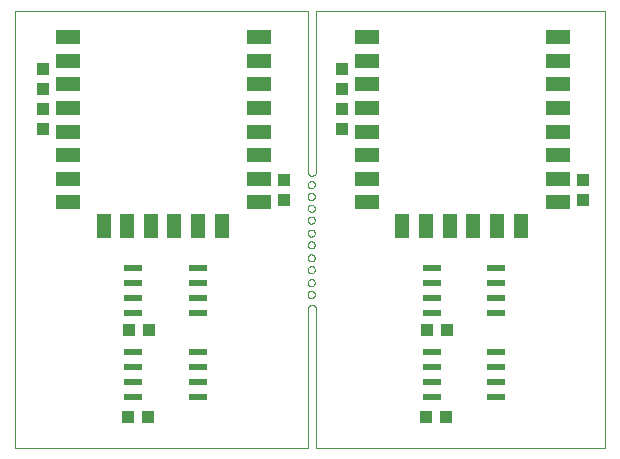
<source format=gtp>
G75*
%MOIN*%
%OFA0B0*%
%FSLAX25Y25*%
%IPPOS*%
%LPD*%
%AMOC8*
5,1,8,0,0,1.08239X$1,22.5*
%
%ADD10C,0.00000*%
%ADD11R,0.07874X0.04724*%
%ADD12R,0.04724X0.07874*%
%ADD13R,0.06000X0.02400*%
%ADD14R,0.04331X0.03937*%
%ADD15R,0.03937X0.04331*%
D10*
X0003787Y0004681D02*
X0003787Y0150350D01*
X0101425Y0150350D01*
X0101425Y0096807D01*
X0101427Y0096734D01*
X0101433Y0096661D01*
X0101443Y0096588D01*
X0101456Y0096516D01*
X0101474Y0096444D01*
X0101495Y0096374D01*
X0101520Y0096305D01*
X0101548Y0096238D01*
X0101580Y0096172D01*
X0101616Y0096107D01*
X0101655Y0096045D01*
X0101697Y0095985D01*
X0101742Y0095927D01*
X0101790Y0095872D01*
X0101842Y0095820D01*
X0101896Y0095770D01*
X0101952Y0095723D01*
X0102011Y0095679D01*
X0102072Y0095639D01*
X0102135Y0095602D01*
X0102200Y0095568D01*
X0102267Y0095537D01*
X0102336Y0095511D01*
X0102405Y0095488D01*
X0102476Y0095468D01*
X0102548Y0095453D01*
X0102620Y0095441D01*
X0102693Y0095433D01*
X0102766Y0095429D01*
X0102840Y0095429D01*
X0102913Y0095433D01*
X0102986Y0095441D01*
X0103058Y0095453D01*
X0103130Y0095468D01*
X0103201Y0095488D01*
X0103270Y0095511D01*
X0103339Y0095537D01*
X0103406Y0095568D01*
X0103471Y0095602D01*
X0103534Y0095639D01*
X0103595Y0095679D01*
X0103654Y0095723D01*
X0103710Y0095770D01*
X0103764Y0095820D01*
X0103816Y0095872D01*
X0103864Y0095927D01*
X0103909Y0095985D01*
X0103951Y0096045D01*
X0103990Y0096107D01*
X0104026Y0096172D01*
X0104058Y0096238D01*
X0104086Y0096305D01*
X0104111Y0096374D01*
X0104132Y0096444D01*
X0104150Y0096516D01*
X0104163Y0096588D01*
X0104173Y0096661D01*
X0104179Y0096734D01*
X0104181Y0096807D01*
X0104181Y0150350D01*
X0200638Y0150350D01*
X0200638Y0004681D01*
X0104181Y0004681D01*
X0104181Y0051138D01*
X0104169Y0051210D01*
X0104153Y0051282D01*
X0104133Y0051353D01*
X0104109Y0051423D01*
X0104082Y0051491D01*
X0104051Y0051558D01*
X0104016Y0051623D01*
X0103978Y0051687D01*
X0103937Y0051748D01*
X0103893Y0051807D01*
X0103846Y0051863D01*
X0103796Y0051917D01*
X0103743Y0051968D01*
X0103687Y0052016D01*
X0103629Y0052062D01*
X0103568Y0052104D01*
X0103506Y0052143D01*
X0103441Y0052178D01*
X0103375Y0052210D01*
X0103307Y0052239D01*
X0103238Y0052263D01*
X0103167Y0052285D01*
X0103095Y0052302D01*
X0103023Y0052315D01*
X0102950Y0052325D01*
X0102877Y0052331D01*
X0102803Y0052333D01*
X0102729Y0052331D01*
X0102656Y0052325D01*
X0102583Y0052315D01*
X0102511Y0052302D01*
X0102439Y0052285D01*
X0102368Y0052263D01*
X0102299Y0052239D01*
X0102231Y0052210D01*
X0102165Y0052178D01*
X0102100Y0052143D01*
X0102038Y0052104D01*
X0101977Y0052062D01*
X0101919Y0052016D01*
X0101863Y0051968D01*
X0101810Y0051917D01*
X0101760Y0051863D01*
X0101713Y0051807D01*
X0101669Y0051748D01*
X0101628Y0051687D01*
X0101590Y0051623D01*
X0101555Y0051558D01*
X0101524Y0051491D01*
X0101497Y0051423D01*
X0101473Y0051353D01*
X0101453Y0051282D01*
X0101437Y0051210D01*
X0101425Y0051138D01*
X0101425Y0004681D01*
X0003787Y0004681D01*
X0101425Y0055862D02*
X0101427Y0055931D01*
X0101433Y0055999D01*
X0101443Y0056067D01*
X0101457Y0056134D01*
X0101475Y0056201D01*
X0101496Y0056266D01*
X0101522Y0056330D01*
X0101551Y0056392D01*
X0101583Y0056452D01*
X0101619Y0056511D01*
X0101659Y0056567D01*
X0101701Y0056621D01*
X0101747Y0056672D01*
X0101796Y0056721D01*
X0101847Y0056767D01*
X0101901Y0056809D01*
X0101957Y0056849D01*
X0102015Y0056885D01*
X0102076Y0056917D01*
X0102138Y0056946D01*
X0102202Y0056972D01*
X0102267Y0056993D01*
X0102334Y0057011D01*
X0102401Y0057025D01*
X0102469Y0057035D01*
X0102537Y0057041D01*
X0102606Y0057043D01*
X0102675Y0057041D01*
X0102743Y0057035D01*
X0102811Y0057025D01*
X0102878Y0057011D01*
X0102945Y0056993D01*
X0103010Y0056972D01*
X0103074Y0056946D01*
X0103136Y0056917D01*
X0103196Y0056885D01*
X0103255Y0056849D01*
X0103311Y0056809D01*
X0103365Y0056767D01*
X0103416Y0056721D01*
X0103465Y0056672D01*
X0103511Y0056621D01*
X0103553Y0056567D01*
X0103593Y0056511D01*
X0103629Y0056452D01*
X0103661Y0056392D01*
X0103690Y0056330D01*
X0103716Y0056266D01*
X0103737Y0056201D01*
X0103755Y0056134D01*
X0103769Y0056067D01*
X0103779Y0055999D01*
X0103785Y0055931D01*
X0103787Y0055862D01*
X0103785Y0055793D01*
X0103779Y0055725D01*
X0103769Y0055657D01*
X0103755Y0055590D01*
X0103737Y0055523D01*
X0103716Y0055458D01*
X0103690Y0055394D01*
X0103661Y0055332D01*
X0103629Y0055271D01*
X0103593Y0055213D01*
X0103553Y0055157D01*
X0103511Y0055103D01*
X0103465Y0055052D01*
X0103416Y0055003D01*
X0103365Y0054957D01*
X0103311Y0054915D01*
X0103255Y0054875D01*
X0103197Y0054839D01*
X0103136Y0054807D01*
X0103074Y0054778D01*
X0103010Y0054752D01*
X0102945Y0054731D01*
X0102878Y0054713D01*
X0102811Y0054699D01*
X0102743Y0054689D01*
X0102675Y0054683D01*
X0102606Y0054681D01*
X0102537Y0054683D01*
X0102469Y0054689D01*
X0102401Y0054699D01*
X0102334Y0054713D01*
X0102267Y0054731D01*
X0102202Y0054752D01*
X0102138Y0054778D01*
X0102076Y0054807D01*
X0102015Y0054839D01*
X0101957Y0054875D01*
X0101901Y0054915D01*
X0101847Y0054957D01*
X0101796Y0055003D01*
X0101747Y0055052D01*
X0101701Y0055103D01*
X0101659Y0055157D01*
X0101619Y0055213D01*
X0101583Y0055271D01*
X0101551Y0055332D01*
X0101522Y0055394D01*
X0101496Y0055458D01*
X0101475Y0055523D01*
X0101457Y0055590D01*
X0101443Y0055657D01*
X0101433Y0055725D01*
X0101427Y0055793D01*
X0101425Y0055862D01*
X0101425Y0059799D02*
X0101427Y0059868D01*
X0101433Y0059936D01*
X0101443Y0060004D01*
X0101457Y0060071D01*
X0101475Y0060138D01*
X0101496Y0060203D01*
X0101522Y0060267D01*
X0101551Y0060329D01*
X0101583Y0060389D01*
X0101619Y0060448D01*
X0101659Y0060504D01*
X0101701Y0060558D01*
X0101747Y0060609D01*
X0101796Y0060658D01*
X0101847Y0060704D01*
X0101901Y0060746D01*
X0101957Y0060786D01*
X0102015Y0060822D01*
X0102076Y0060854D01*
X0102138Y0060883D01*
X0102202Y0060909D01*
X0102267Y0060930D01*
X0102334Y0060948D01*
X0102401Y0060962D01*
X0102469Y0060972D01*
X0102537Y0060978D01*
X0102606Y0060980D01*
X0102675Y0060978D01*
X0102743Y0060972D01*
X0102811Y0060962D01*
X0102878Y0060948D01*
X0102945Y0060930D01*
X0103010Y0060909D01*
X0103074Y0060883D01*
X0103136Y0060854D01*
X0103196Y0060822D01*
X0103255Y0060786D01*
X0103311Y0060746D01*
X0103365Y0060704D01*
X0103416Y0060658D01*
X0103465Y0060609D01*
X0103511Y0060558D01*
X0103553Y0060504D01*
X0103593Y0060448D01*
X0103629Y0060389D01*
X0103661Y0060329D01*
X0103690Y0060267D01*
X0103716Y0060203D01*
X0103737Y0060138D01*
X0103755Y0060071D01*
X0103769Y0060004D01*
X0103779Y0059936D01*
X0103785Y0059868D01*
X0103787Y0059799D01*
X0103785Y0059730D01*
X0103779Y0059662D01*
X0103769Y0059594D01*
X0103755Y0059527D01*
X0103737Y0059460D01*
X0103716Y0059395D01*
X0103690Y0059331D01*
X0103661Y0059269D01*
X0103629Y0059208D01*
X0103593Y0059150D01*
X0103553Y0059094D01*
X0103511Y0059040D01*
X0103465Y0058989D01*
X0103416Y0058940D01*
X0103365Y0058894D01*
X0103311Y0058852D01*
X0103255Y0058812D01*
X0103197Y0058776D01*
X0103136Y0058744D01*
X0103074Y0058715D01*
X0103010Y0058689D01*
X0102945Y0058668D01*
X0102878Y0058650D01*
X0102811Y0058636D01*
X0102743Y0058626D01*
X0102675Y0058620D01*
X0102606Y0058618D01*
X0102537Y0058620D01*
X0102469Y0058626D01*
X0102401Y0058636D01*
X0102334Y0058650D01*
X0102267Y0058668D01*
X0102202Y0058689D01*
X0102138Y0058715D01*
X0102076Y0058744D01*
X0102015Y0058776D01*
X0101957Y0058812D01*
X0101901Y0058852D01*
X0101847Y0058894D01*
X0101796Y0058940D01*
X0101747Y0058989D01*
X0101701Y0059040D01*
X0101659Y0059094D01*
X0101619Y0059150D01*
X0101583Y0059208D01*
X0101551Y0059269D01*
X0101522Y0059331D01*
X0101496Y0059395D01*
X0101475Y0059460D01*
X0101457Y0059527D01*
X0101443Y0059594D01*
X0101433Y0059662D01*
X0101427Y0059730D01*
X0101425Y0059799D01*
X0101425Y0064130D02*
X0101427Y0064199D01*
X0101433Y0064267D01*
X0101443Y0064335D01*
X0101457Y0064402D01*
X0101475Y0064469D01*
X0101496Y0064534D01*
X0101522Y0064598D01*
X0101551Y0064660D01*
X0101583Y0064720D01*
X0101619Y0064779D01*
X0101659Y0064835D01*
X0101701Y0064889D01*
X0101747Y0064940D01*
X0101796Y0064989D01*
X0101847Y0065035D01*
X0101901Y0065077D01*
X0101957Y0065117D01*
X0102015Y0065153D01*
X0102076Y0065185D01*
X0102138Y0065214D01*
X0102202Y0065240D01*
X0102267Y0065261D01*
X0102334Y0065279D01*
X0102401Y0065293D01*
X0102469Y0065303D01*
X0102537Y0065309D01*
X0102606Y0065311D01*
X0102675Y0065309D01*
X0102743Y0065303D01*
X0102811Y0065293D01*
X0102878Y0065279D01*
X0102945Y0065261D01*
X0103010Y0065240D01*
X0103074Y0065214D01*
X0103136Y0065185D01*
X0103196Y0065153D01*
X0103255Y0065117D01*
X0103311Y0065077D01*
X0103365Y0065035D01*
X0103416Y0064989D01*
X0103465Y0064940D01*
X0103511Y0064889D01*
X0103553Y0064835D01*
X0103593Y0064779D01*
X0103629Y0064720D01*
X0103661Y0064660D01*
X0103690Y0064598D01*
X0103716Y0064534D01*
X0103737Y0064469D01*
X0103755Y0064402D01*
X0103769Y0064335D01*
X0103779Y0064267D01*
X0103785Y0064199D01*
X0103787Y0064130D01*
X0103785Y0064061D01*
X0103779Y0063993D01*
X0103769Y0063925D01*
X0103755Y0063858D01*
X0103737Y0063791D01*
X0103716Y0063726D01*
X0103690Y0063662D01*
X0103661Y0063600D01*
X0103629Y0063539D01*
X0103593Y0063481D01*
X0103553Y0063425D01*
X0103511Y0063371D01*
X0103465Y0063320D01*
X0103416Y0063271D01*
X0103365Y0063225D01*
X0103311Y0063183D01*
X0103255Y0063143D01*
X0103197Y0063107D01*
X0103136Y0063075D01*
X0103074Y0063046D01*
X0103010Y0063020D01*
X0102945Y0062999D01*
X0102878Y0062981D01*
X0102811Y0062967D01*
X0102743Y0062957D01*
X0102675Y0062951D01*
X0102606Y0062949D01*
X0102537Y0062951D01*
X0102469Y0062957D01*
X0102401Y0062967D01*
X0102334Y0062981D01*
X0102267Y0062999D01*
X0102202Y0063020D01*
X0102138Y0063046D01*
X0102076Y0063075D01*
X0102015Y0063107D01*
X0101957Y0063143D01*
X0101901Y0063183D01*
X0101847Y0063225D01*
X0101796Y0063271D01*
X0101747Y0063320D01*
X0101701Y0063371D01*
X0101659Y0063425D01*
X0101619Y0063481D01*
X0101583Y0063539D01*
X0101551Y0063600D01*
X0101522Y0063662D01*
X0101496Y0063726D01*
X0101475Y0063791D01*
X0101457Y0063858D01*
X0101443Y0063925D01*
X0101433Y0063993D01*
X0101427Y0064061D01*
X0101425Y0064130D01*
X0101425Y0068067D02*
X0101427Y0068136D01*
X0101433Y0068204D01*
X0101443Y0068272D01*
X0101457Y0068339D01*
X0101475Y0068406D01*
X0101496Y0068471D01*
X0101522Y0068535D01*
X0101551Y0068597D01*
X0101583Y0068657D01*
X0101619Y0068716D01*
X0101659Y0068772D01*
X0101701Y0068826D01*
X0101747Y0068877D01*
X0101796Y0068926D01*
X0101847Y0068972D01*
X0101901Y0069014D01*
X0101957Y0069054D01*
X0102015Y0069090D01*
X0102076Y0069122D01*
X0102138Y0069151D01*
X0102202Y0069177D01*
X0102267Y0069198D01*
X0102334Y0069216D01*
X0102401Y0069230D01*
X0102469Y0069240D01*
X0102537Y0069246D01*
X0102606Y0069248D01*
X0102675Y0069246D01*
X0102743Y0069240D01*
X0102811Y0069230D01*
X0102878Y0069216D01*
X0102945Y0069198D01*
X0103010Y0069177D01*
X0103074Y0069151D01*
X0103136Y0069122D01*
X0103196Y0069090D01*
X0103255Y0069054D01*
X0103311Y0069014D01*
X0103365Y0068972D01*
X0103416Y0068926D01*
X0103465Y0068877D01*
X0103511Y0068826D01*
X0103553Y0068772D01*
X0103593Y0068716D01*
X0103629Y0068657D01*
X0103661Y0068597D01*
X0103690Y0068535D01*
X0103716Y0068471D01*
X0103737Y0068406D01*
X0103755Y0068339D01*
X0103769Y0068272D01*
X0103779Y0068204D01*
X0103785Y0068136D01*
X0103787Y0068067D01*
X0103785Y0067998D01*
X0103779Y0067930D01*
X0103769Y0067862D01*
X0103755Y0067795D01*
X0103737Y0067728D01*
X0103716Y0067663D01*
X0103690Y0067599D01*
X0103661Y0067537D01*
X0103629Y0067476D01*
X0103593Y0067418D01*
X0103553Y0067362D01*
X0103511Y0067308D01*
X0103465Y0067257D01*
X0103416Y0067208D01*
X0103365Y0067162D01*
X0103311Y0067120D01*
X0103255Y0067080D01*
X0103197Y0067044D01*
X0103136Y0067012D01*
X0103074Y0066983D01*
X0103010Y0066957D01*
X0102945Y0066936D01*
X0102878Y0066918D01*
X0102811Y0066904D01*
X0102743Y0066894D01*
X0102675Y0066888D01*
X0102606Y0066886D01*
X0102537Y0066888D01*
X0102469Y0066894D01*
X0102401Y0066904D01*
X0102334Y0066918D01*
X0102267Y0066936D01*
X0102202Y0066957D01*
X0102138Y0066983D01*
X0102076Y0067012D01*
X0102015Y0067044D01*
X0101957Y0067080D01*
X0101901Y0067120D01*
X0101847Y0067162D01*
X0101796Y0067208D01*
X0101747Y0067257D01*
X0101701Y0067308D01*
X0101659Y0067362D01*
X0101619Y0067418D01*
X0101583Y0067476D01*
X0101551Y0067537D01*
X0101522Y0067599D01*
X0101496Y0067663D01*
X0101475Y0067728D01*
X0101457Y0067795D01*
X0101443Y0067862D01*
X0101433Y0067930D01*
X0101427Y0067998D01*
X0101425Y0068067D01*
X0101425Y0072398D02*
X0101427Y0072467D01*
X0101433Y0072535D01*
X0101443Y0072603D01*
X0101457Y0072670D01*
X0101475Y0072737D01*
X0101496Y0072802D01*
X0101522Y0072866D01*
X0101551Y0072928D01*
X0101583Y0072988D01*
X0101619Y0073047D01*
X0101659Y0073103D01*
X0101701Y0073157D01*
X0101747Y0073208D01*
X0101796Y0073257D01*
X0101847Y0073303D01*
X0101901Y0073345D01*
X0101957Y0073385D01*
X0102015Y0073421D01*
X0102076Y0073453D01*
X0102138Y0073482D01*
X0102202Y0073508D01*
X0102267Y0073529D01*
X0102334Y0073547D01*
X0102401Y0073561D01*
X0102469Y0073571D01*
X0102537Y0073577D01*
X0102606Y0073579D01*
X0102675Y0073577D01*
X0102743Y0073571D01*
X0102811Y0073561D01*
X0102878Y0073547D01*
X0102945Y0073529D01*
X0103010Y0073508D01*
X0103074Y0073482D01*
X0103136Y0073453D01*
X0103196Y0073421D01*
X0103255Y0073385D01*
X0103311Y0073345D01*
X0103365Y0073303D01*
X0103416Y0073257D01*
X0103465Y0073208D01*
X0103511Y0073157D01*
X0103553Y0073103D01*
X0103593Y0073047D01*
X0103629Y0072988D01*
X0103661Y0072928D01*
X0103690Y0072866D01*
X0103716Y0072802D01*
X0103737Y0072737D01*
X0103755Y0072670D01*
X0103769Y0072603D01*
X0103779Y0072535D01*
X0103785Y0072467D01*
X0103787Y0072398D01*
X0103785Y0072329D01*
X0103779Y0072261D01*
X0103769Y0072193D01*
X0103755Y0072126D01*
X0103737Y0072059D01*
X0103716Y0071994D01*
X0103690Y0071930D01*
X0103661Y0071868D01*
X0103629Y0071807D01*
X0103593Y0071749D01*
X0103553Y0071693D01*
X0103511Y0071639D01*
X0103465Y0071588D01*
X0103416Y0071539D01*
X0103365Y0071493D01*
X0103311Y0071451D01*
X0103255Y0071411D01*
X0103197Y0071375D01*
X0103136Y0071343D01*
X0103074Y0071314D01*
X0103010Y0071288D01*
X0102945Y0071267D01*
X0102878Y0071249D01*
X0102811Y0071235D01*
X0102743Y0071225D01*
X0102675Y0071219D01*
X0102606Y0071217D01*
X0102537Y0071219D01*
X0102469Y0071225D01*
X0102401Y0071235D01*
X0102334Y0071249D01*
X0102267Y0071267D01*
X0102202Y0071288D01*
X0102138Y0071314D01*
X0102076Y0071343D01*
X0102015Y0071375D01*
X0101957Y0071411D01*
X0101901Y0071451D01*
X0101847Y0071493D01*
X0101796Y0071539D01*
X0101747Y0071588D01*
X0101701Y0071639D01*
X0101659Y0071693D01*
X0101619Y0071749D01*
X0101583Y0071807D01*
X0101551Y0071868D01*
X0101522Y0071930D01*
X0101496Y0071994D01*
X0101475Y0072059D01*
X0101457Y0072126D01*
X0101443Y0072193D01*
X0101433Y0072261D01*
X0101427Y0072329D01*
X0101425Y0072398D01*
X0101425Y0076335D02*
X0101427Y0076404D01*
X0101433Y0076472D01*
X0101443Y0076540D01*
X0101457Y0076607D01*
X0101475Y0076674D01*
X0101496Y0076739D01*
X0101522Y0076803D01*
X0101551Y0076865D01*
X0101583Y0076925D01*
X0101619Y0076984D01*
X0101659Y0077040D01*
X0101701Y0077094D01*
X0101747Y0077145D01*
X0101796Y0077194D01*
X0101847Y0077240D01*
X0101901Y0077282D01*
X0101957Y0077322D01*
X0102015Y0077358D01*
X0102076Y0077390D01*
X0102138Y0077419D01*
X0102202Y0077445D01*
X0102267Y0077466D01*
X0102334Y0077484D01*
X0102401Y0077498D01*
X0102469Y0077508D01*
X0102537Y0077514D01*
X0102606Y0077516D01*
X0102675Y0077514D01*
X0102743Y0077508D01*
X0102811Y0077498D01*
X0102878Y0077484D01*
X0102945Y0077466D01*
X0103010Y0077445D01*
X0103074Y0077419D01*
X0103136Y0077390D01*
X0103196Y0077358D01*
X0103255Y0077322D01*
X0103311Y0077282D01*
X0103365Y0077240D01*
X0103416Y0077194D01*
X0103465Y0077145D01*
X0103511Y0077094D01*
X0103553Y0077040D01*
X0103593Y0076984D01*
X0103629Y0076925D01*
X0103661Y0076865D01*
X0103690Y0076803D01*
X0103716Y0076739D01*
X0103737Y0076674D01*
X0103755Y0076607D01*
X0103769Y0076540D01*
X0103779Y0076472D01*
X0103785Y0076404D01*
X0103787Y0076335D01*
X0103785Y0076266D01*
X0103779Y0076198D01*
X0103769Y0076130D01*
X0103755Y0076063D01*
X0103737Y0075996D01*
X0103716Y0075931D01*
X0103690Y0075867D01*
X0103661Y0075805D01*
X0103629Y0075744D01*
X0103593Y0075686D01*
X0103553Y0075630D01*
X0103511Y0075576D01*
X0103465Y0075525D01*
X0103416Y0075476D01*
X0103365Y0075430D01*
X0103311Y0075388D01*
X0103255Y0075348D01*
X0103197Y0075312D01*
X0103136Y0075280D01*
X0103074Y0075251D01*
X0103010Y0075225D01*
X0102945Y0075204D01*
X0102878Y0075186D01*
X0102811Y0075172D01*
X0102743Y0075162D01*
X0102675Y0075156D01*
X0102606Y0075154D01*
X0102537Y0075156D01*
X0102469Y0075162D01*
X0102401Y0075172D01*
X0102334Y0075186D01*
X0102267Y0075204D01*
X0102202Y0075225D01*
X0102138Y0075251D01*
X0102076Y0075280D01*
X0102015Y0075312D01*
X0101957Y0075348D01*
X0101901Y0075388D01*
X0101847Y0075430D01*
X0101796Y0075476D01*
X0101747Y0075525D01*
X0101701Y0075576D01*
X0101659Y0075630D01*
X0101619Y0075686D01*
X0101583Y0075744D01*
X0101551Y0075805D01*
X0101522Y0075867D01*
X0101496Y0075931D01*
X0101475Y0075996D01*
X0101457Y0076063D01*
X0101443Y0076130D01*
X0101433Y0076198D01*
X0101427Y0076266D01*
X0101425Y0076335D01*
X0101425Y0080665D02*
X0101427Y0080734D01*
X0101433Y0080802D01*
X0101443Y0080870D01*
X0101457Y0080937D01*
X0101475Y0081004D01*
X0101496Y0081069D01*
X0101522Y0081133D01*
X0101551Y0081195D01*
X0101583Y0081255D01*
X0101619Y0081314D01*
X0101659Y0081370D01*
X0101701Y0081424D01*
X0101747Y0081475D01*
X0101796Y0081524D01*
X0101847Y0081570D01*
X0101901Y0081612D01*
X0101957Y0081652D01*
X0102015Y0081688D01*
X0102076Y0081720D01*
X0102138Y0081749D01*
X0102202Y0081775D01*
X0102267Y0081796D01*
X0102334Y0081814D01*
X0102401Y0081828D01*
X0102469Y0081838D01*
X0102537Y0081844D01*
X0102606Y0081846D01*
X0102675Y0081844D01*
X0102743Y0081838D01*
X0102811Y0081828D01*
X0102878Y0081814D01*
X0102945Y0081796D01*
X0103010Y0081775D01*
X0103074Y0081749D01*
X0103136Y0081720D01*
X0103196Y0081688D01*
X0103255Y0081652D01*
X0103311Y0081612D01*
X0103365Y0081570D01*
X0103416Y0081524D01*
X0103465Y0081475D01*
X0103511Y0081424D01*
X0103553Y0081370D01*
X0103593Y0081314D01*
X0103629Y0081255D01*
X0103661Y0081195D01*
X0103690Y0081133D01*
X0103716Y0081069D01*
X0103737Y0081004D01*
X0103755Y0080937D01*
X0103769Y0080870D01*
X0103779Y0080802D01*
X0103785Y0080734D01*
X0103787Y0080665D01*
X0103785Y0080596D01*
X0103779Y0080528D01*
X0103769Y0080460D01*
X0103755Y0080393D01*
X0103737Y0080326D01*
X0103716Y0080261D01*
X0103690Y0080197D01*
X0103661Y0080135D01*
X0103629Y0080074D01*
X0103593Y0080016D01*
X0103553Y0079960D01*
X0103511Y0079906D01*
X0103465Y0079855D01*
X0103416Y0079806D01*
X0103365Y0079760D01*
X0103311Y0079718D01*
X0103255Y0079678D01*
X0103197Y0079642D01*
X0103136Y0079610D01*
X0103074Y0079581D01*
X0103010Y0079555D01*
X0102945Y0079534D01*
X0102878Y0079516D01*
X0102811Y0079502D01*
X0102743Y0079492D01*
X0102675Y0079486D01*
X0102606Y0079484D01*
X0102537Y0079486D01*
X0102469Y0079492D01*
X0102401Y0079502D01*
X0102334Y0079516D01*
X0102267Y0079534D01*
X0102202Y0079555D01*
X0102138Y0079581D01*
X0102076Y0079610D01*
X0102015Y0079642D01*
X0101957Y0079678D01*
X0101901Y0079718D01*
X0101847Y0079760D01*
X0101796Y0079806D01*
X0101747Y0079855D01*
X0101701Y0079906D01*
X0101659Y0079960D01*
X0101619Y0080016D01*
X0101583Y0080074D01*
X0101551Y0080135D01*
X0101522Y0080197D01*
X0101496Y0080261D01*
X0101475Y0080326D01*
X0101457Y0080393D01*
X0101443Y0080460D01*
X0101433Y0080528D01*
X0101427Y0080596D01*
X0101425Y0080665D01*
X0101425Y0084602D02*
X0101427Y0084671D01*
X0101433Y0084739D01*
X0101443Y0084807D01*
X0101457Y0084874D01*
X0101475Y0084941D01*
X0101496Y0085006D01*
X0101522Y0085070D01*
X0101551Y0085132D01*
X0101583Y0085192D01*
X0101619Y0085251D01*
X0101659Y0085307D01*
X0101701Y0085361D01*
X0101747Y0085412D01*
X0101796Y0085461D01*
X0101847Y0085507D01*
X0101901Y0085549D01*
X0101957Y0085589D01*
X0102015Y0085625D01*
X0102076Y0085657D01*
X0102138Y0085686D01*
X0102202Y0085712D01*
X0102267Y0085733D01*
X0102334Y0085751D01*
X0102401Y0085765D01*
X0102469Y0085775D01*
X0102537Y0085781D01*
X0102606Y0085783D01*
X0102675Y0085781D01*
X0102743Y0085775D01*
X0102811Y0085765D01*
X0102878Y0085751D01*
X0102945Y0085733D01*
X0103010Y0085712D01*
X0103074Y0085686D01*
X0103136Y0085657D01*
X0103196Y0085625D01*
X0103255Y0085589D01*
X0103311Y0085549D01*
X0103365Y0085507D01*
X0103416Y0085461D01*
X0103465Y0085412D01*
X0103511Y0085361D01*
X0103553Y0085307D01*
X0103593Y0085251D01*
X0103629Y0085192D01*
X0103661Y0085132D01*
X0103690Y0085070D01*
X0103716Y0085006D01*
X0103737Y0084941D01*
X0103755Y0084874D01*
X0103769Y0084807D01*
X0103779Y0084739D01*
X0103785Y0084671D01*
X0103787Y0084602D01*
X0103785Y0084533D01*
X0103779Y0084465D01*
X0103769Y0084397D01*
X0103755Y0084330D01*
X0103737Y0084263D01*
X0103716Y0084198D01*
X0103690Y0084134D01*
X0103661Y0084072D01*
X0103629Y0084011D01*
X0103593Y0083953D01*
X0103553Y0083897D01*
X0103511Y0083843D01*
X0103465Y0083792D01*
X0103416Y0083743D01*
X0103365Y0083697D01*
X0103311Y0083655D01*
X0103255Y0083615D01*
X0103197Y0083579D01*
X0103136Y0083547D01*
X0103074Y0083518D01*
X0103010Y0083492D01*
X0102945Y0083471D01*
X0102878Y0083453D01*
X0102811Y0083439D01*
X0102743Y0083429D01*
X0102675Y0083423D01*
X0102606Y0083421D01*
X0102537Y0083423D01*
X0102469Y0083429D01*
X0102401Y0083439D01*
X0102334Y0083453D01*
X0102267Y0083471D01*
X0102202Y0083492D01*
X0102138Y0083518D01*
X0102076Y0083547D01*
X0102015Y0083579D01*
X0101957Y0083615D01*
X0101901Y0083655D01*
X0101847Y0083697D01*
X0101796Y0083743D01*
X0101747Y0083792D01*
X0101701Y0083843D01*
X0101659Y0083897D01*
X0101619Y0083953D01*
X0101583Y0084011D01*
X0101551Y0084072D01*
X0101522Y0084134D01*
X0101496Y0084198D01*
X0101475Y0084263D01*
X0101457Y0084330D01*
X0101443Y0084397D01*
X0101433Y0084465D01*
X0101427Y0084533D01*
X0101425Y0084602D01*
X0101425Y0088539D02*
X0101427Y0088608D01*
X0101433Y0088676D01*
X0101443Y0088744D01*
X0101457Y0088811D01*
X0101475Y0088878D01*
X0101496Y0088943D01*
X0101522Y0089007D01*
X0101551Y0089069D01*
X0101583Y0089129D01*
X0101619Y0089188D01*
X0101659Y0089244D01*
X0101701Y0089298D01*
X0101747Y0089349D01*
X0101796Y0089398D01*
X0101847Y0089444D01*
X0101901Y0089486D01*
X0101957Y0089526D01*
X0102015Y0089562D01*
X0102076Y0089594D01*
X0102138Y0089623D01*
X0102202Y0089649D01*
X0102267Y0089670D01*
X0102334Y0089688D01*
X0102401Y0089702D01*
X0102469Y0089712D01*
X0102537Y0089718D01*
X0102606Y0089720D01*
X0102675Y0089718D01*
X0102743Y0089712D01*
X0102811Y0089702D01*
X0102878Y0089688D01*
X0102945Y0089670D01*
X0103010Y0089649D01*
X0103074Y0089623D01*
X0103136Y0089594D01*
X0103196Y0089562D01*
X0103255Y0089526D01*
X0103311Y0089486D01*
X0103365Y0089444D01*
X0103416Y0089398D01*
X0103465Y0089349D01*
X0103511Y0089298D01*
X0103553Y0089244D01*
X0103593Y0089188D01*
X0103629Y0089129D01*
X0103661Y0089069D01*
X0103690Y0089007D01*
X0103716Y0088943D01*
X0103737Y0088878D01*
X0103755Y0088811D01*
X0103769Y0088744D01*
X0103779Y0088676D01*
X0103785Y0088608D01*
X0103787Y0088539D01*
X0103785Y0088470D01*
X0103779Y0088402D01*
X0103769Y0088334D01*
X0103755Y0088267D01*
X0103737Y0088200D01*
X0103716Y0088135D01*
X0103690Y0088071D01*
X0103661Y0088009D01*
X0103629Y0087948D01*
X0103593Y0087890D01*
X0103553Y0087834D01*
X0103511Y0087780D01*
X0103465Y0087729D01*
X0103416Y0087680D01*
X0103365Y0087634D01*
X0103311Y0087592D01*
X0103255Y0087552D01*
X0103197Y0087516D01*
X0103136Y0087484D01*
X0103074Y0087455D01*
X0103010Y0087429D01*
X0102945Y0087408D01*
X0102878Y0087390D01*
X0102811Y0087376D01*
X0102743Y0087366D01*
X0102675Y0087360D01*
X0102606Y0087358D01*
X0102537Y0087360D01*
X0102469Y0087366D01*
X0102401Y0087376D01*
X0102334Y0087390D01*
X0102267Y0087408D01*
X0102202Y0087429D01*
X0102138Y0087455D01*
X0102076Y0087484D01*
X0102015Y0087516D01*
X0101957Y0087552D01*
X0101901Y0087592D01*
X0101847Y0087634D01*
X0101796Y0087680D01*
X0101747Y0087729D01*
X0101701Y0087780D01*
X0101659Y0087834D01*
X0101619Y0087890D01*
X0101583Y0087948D01*
X0101551Y0088009D01*
X0101522Y0088071D01*
X0101496Y0088135D01*
X0101475Y0088200D01*
X0101457Y0088267D01*
X0101443Y0088334D01*
X0101433Y0088402D01*
X0101427Y0088470D01*
X0101425Y0088539D01*
X0101425Y0092476D02*
X0101427Y0092545D01*
X0101433Y0092613D01*
X0101443Y0092681D01*
X0101457Y0092748D01*
X0101475Y0092815D01*
X0101496Y0092880D01*
X0101522Y0092944D01*
X0101551Y0093006D01*
X0101583Y0093066D01*
X0101619Y0093125D01*
X0101659Y0093181D01*
X0101701Y0093235D01*
X0101747Y0093286D01*
X0101796Y0093335D01*
X0101847Y0093381D01*
X0101901Y0093423D01*
X0101957Y0093463D01*
X0102015Y0093499D01*
X0102076Y0093531D01*
X0102138Y0093560D01*
X0102202Y0093586D01*
X0102267Y0093607D01*
X0102334Y0093625D01*
X0102401Y0093639D01*
X0102469Y0093649D01*
X0102537Y0093655D01*
X0102606Y0093657D01*
X0102675Y0093655D01*
X0102743Y0093649D01*
X0102811Y0093639D01*
X0102878Y0093625D01*
X0102945Y0093607D01*
X0103010Y0093586D01*
X0103074Y0093560D01*
X0103136Y0093531D01*
X0103196Y0093499D01*
X0103255Y0093463D01*
X0103311Y0093423D01*
X0103365Y0093381D01*
X0103416Y0093335D01*
X0103465Y0093286D01*
X0103511Y0093235D01*
X0103553Y0093181D01*
X0103593Y0093125D01*
X0103629Y0093066D01*
X0103661Y0093006D01*
X0103690Y0092944D01*
X0103716Y0092880D01*
X0103737Y0092815D01*
X0103755Y0092748D01*
X0103769Y0092681D01*
X0103779Y0092613D01*
X0103785Y0092545D01*
X0103787Y0092476D01*
X0103785Y0092407D01*
X0103779Y0092339D01*
X0103769Y0092271D01*
X0103755Y0092204D01*
X0103737Y0092137D01*
X0103716Y0092072D01*
X0103690Y0092008D01*
X0103661Y0091946D01*
X0103629Y0091885D01*
X0103593Y0091827D01*
X0103553Y0091771D01*
X0103511Y0091717D01*
X0103465Y0091666D01*
X0103416Y0091617D01*
X0103365Y0091571D01*
X0103311Y0091529D01*
X0103255Y0091489D01*
X0103197Y0091453D01*
X0103136Y0091421D01*
X0103074Y0091392D01*
X0103010Y0091366D01*
X0102945Y0091345D01*
X0102878Y0091327D01*
X0102811Y0091313D01*
X0102743Y0091303D01*
X0102675Y0091297D01*
X0102606Y0091295D01*
X0102537Y0091297D01*
X0102469Y0091303D01*
X0102401Y0091313D01*
X0102334Y0091327D01*
X0102267Y0091345D01*
X0102202Y0091366D01*
X0102138Y0091392D01*
X0102076Y0091421D01*
X0102015Y0091453D01*
X0101957Y0091489D01*
X0101901Y0091529D01*
X0101847Y0091571D01*
X0101796Y0091617D01*
X0101747Y0091666D01*
X0101701Y0091717D01*
X0101659Y0091771D01*
X0101619Y0091827D01*
X0101583Y0091885D01*
X0101551Y0091946D01*
X0101522Y0092008D01*
X0101496Y0092072D01*
X0101475Y0092137D01*
X0101457Y0092204D01*
X0101443Y0092271D01*
X0101433Y0092339D01*
X0101427Y0092407D01*
X0101425Y0092476D01*
D11*
X0085362Y0094445D03*
X0085362Y0086571D03*
X0085362Y0102319D03*
X0085362Y0110193D03*
X0085362Y0118067D03*
X0085362Y0125941D03*
X0085362Y0133815D03*
X0085362Y0141689D03*
X0121189Y0141689D03*
X0121189Y0133815D03*
X0121189Y0125941D03*
X0121189Y0118067D03*
X0121189Y0110193D03*
X0121189Y0102319D03*
X0121189Y0094445D03*
X0121189Y0086571D03*
X0184969Y0086571D03*
X0184969Y0094445D03*
X0184969Y0102319D03*
X0184969Y0110193D03*
X0184969Y0118067D03*
X0184969Y0125941D03*
X0184969Y0133815D03*
X0184969Y0141689D03*
X0021583Y0141689D03*
X0021583Y0133815D03*
X0021583Y0125941D03*
X0021583Y0118067D03*
X0021583Y0110193D03*
X0021583Y0102319D03*
X0021583Y0094445D03*
X0021583Y0086571D03*
D12*
X0033394Y0078697D03*
X0041268Y0078697D03*
X0049142Y0078697D03*
X0057016Y0078697D03*
X0064890Y0078697D03*
X0072764Y0078697D03*
X0133000Y0078697D03*
X0140874Y0078697D03*
X0148748Y0078697D03*
X0156622Y0078697D03*
X0164496Y0078697D03*
X0172370Y0078697D03*
D13*
X0164312Y0064858D03*
X0164312Y0059858D03*
X0164312Y0054858D03*
X0164312Y0049858D03*
X0164312Y0036827D03*
X0164312Y0031827D03*
X0164312Y0026827D03*
X0164312Y0021827D03*
X0142712Y0021827D03*
X0142712Y0026827D03*
X0142712Y0031827D03*
X0142712Y0036827D03*
X0142712Y0049858D03*
X0142712Y0054858D03*
X0142712Y0059858D03*
X0142712Y0064858D03*
X0064706Y0064858D03*
X0064706Y0059858D03*
X0064706Y0054858D03*
X0064706Y0049858D03*
X0064706Y0036827D03*
X0064706Y0031827D03*
X0064706Y0026827D03*
X0064706Y0021827D03*
X0043106Y0021827D03*
X0043106Y0026827D03*
X0043106Y0031827D03*
X0043106Y0036827D03*
X0043106Y0049858D03*
X0043106Y0054858D03*
X0043106Y0059858D03*
X0043106Y0064858D03*
D14*
X0093591Y0087319D03*
X0093591Y0094012D03*
X0112803Y0110941D03*
X0112803Y0117634D03*
X0112803Y0124248D03*
X0112803Y0130941D03*
X0193197Y0094012D03*
X0193197Y0087319D03*
X0013197Y0110941D03*
X0013197Y0117634D03*
X0013197Y0124248D03*
X0013197Y0130941D03*
D15*
X0041701Y0044091D03*
X0048394Y0044091D03*
X0048079Y0015114D03*
X0041386Y0015114D03*
X0140992Y0015114D03*
X0147685Y0015114D03*
X0148000Y0044091D03*
X0141307Y0044091D03*
M02*

</source>
